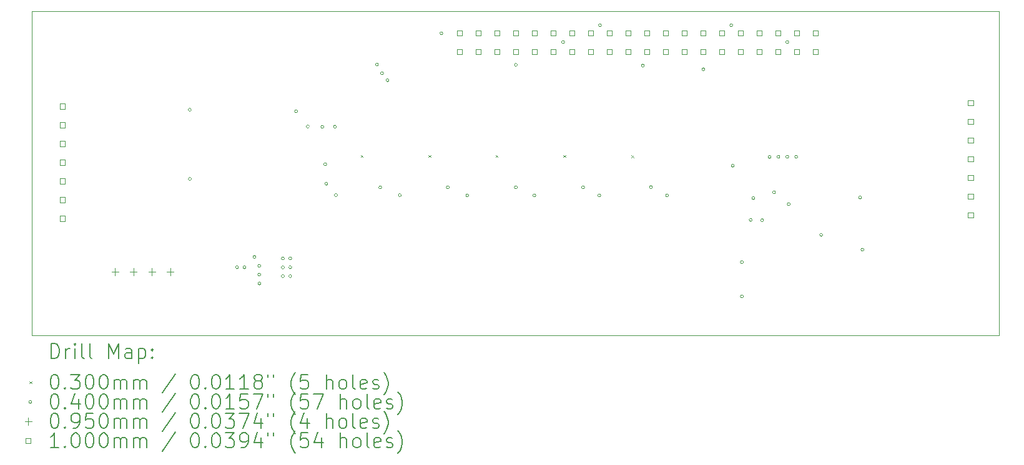
<source format=gbr>
%TF.GenerationSoftware,KiCad,Pcbnew,7.0.8*%
%TF.CreationDate,2024-01-27T08:45:31-08:00*%
%TF.ProjectId,FacePlate,46616365-506c-4617-9465-2e6b69636164,rev?*%
%TF.SameCoordinates,Original*%
%TF.FileFunction,Drillmap*%
%TF.FilePolarity,Positive*%
%FSLAX45Y45*%
G04 Gerber Fmt 4.5, Leading zero omitted, Abs format (unit mm)*
G04 Created by KiCad (PCBNEW 7.0.8) date 2024-01-27 08:45:31*
%MOMM*%
%LPD*%
G01*
G04 APERTURE LIST*
%ADD10C,0.100000*%
%ADD11C,0.200000*%
%ADD12C,0.030000*%
%ADD13C,0.040000*%
%ADD14C,0.095000*%
G04 APERTURE END LIST*
D10*
X10000000Y-5600000D02*
X23113969Y-5600000D01*
X10000000Y-5600000D02*
X10000000Y-10000000D01*
X23113969Y-5600000D02*
X23113969Y-10000000D01*
X10000000Y-10000000D02*
X23113969Y-10000000D01*
D11*
D12*
X14455000Y-7555000D02*
X14485000Y-7585000D01*
X14485000Y-7555000D02*
X14455000Y-7585000D01*
X15375000Y-7555000D02*
X15405000Y-7585000D01*
X15405000Y-7555000D02*
X15375000Y-7585000D01*
X16285000Y-7555000D02*
X16315000Y-7585000D01*
X16315000Y-7555000D02*
X16285000Y-7585000D01*
X17205000Y-7555000D02*
X17235000Y-7585000D01*
X17235000Y-7555000D02*
X17205000Y-7585000D01*
X18125000Y-7556950D02*
X18155000Y-7586950D01*
X18155000Y-7556950D02*
X18125000Y-7586950D01*
D13*
X12157000Y-6940000D02*
G75*
G03*
X12157000Y-6940000I-20000J0D01*
G01*
X12160000Y-7880000D02*
G75*
G03*
X12160000Y-7880000I-20000J0D01*
G01*
X12800000Y-9080000D02*
G75*
G03*
X12800000Y-9080000I-20000J0D01*
G01*
X12900000Y-9080000D02*
G75*
G03*
X12900000Y-9080000I-20000J0D01*
G01*
X13035000Y-8940000D02*
G75*
G03*
X13035000Y-8940000I-20000J0D01*
G01*
X13100000Y-9060000D02*
G75*
G03*
X13100000Y-9060000I-20000J0D01*
G01*
X13100000Y-9180000D02*
G75*
G03*
X13100000Y-9180000I-20000J0D01*
G01*
X13102500Y-9300000D02*
G75*
G03*
X13102500Y-9300000I-20000J0D01*
G01*
X13420000Y-8960000D02*
G75*
G03*
X13420000Y-8960000I-20000J0D01*
G01*
X13420000Y-9080000D02*
G75*
G03*
X13420000Y-9080000I-20000J0D01*
G01*
X13420000Y-9200000D02*
G75*
G03*
X13420000Y-9200000I-20000J0D01*
G01*
X13520000Y-8960000D02*
G75*
G03*
X13520000Y-8960000I-20000J0D01*
G01*
X13520000Y-9080000D02*
G75*
G03*
X13520000Y-9080000I-20000J0D01*
G01*
X13520000Y-9200000D02*
G75*
G03*
X13520000Y-9200000I-20000J0D01*
G01*
X13600000Y-6960000D02*
G75*
G03*
X13600000Y-6960000I-20000J0D01*
G01*
X13757500Y-7167500D02*
G75*
G03*
X13757500Y-7167500I-20000J0D01*
G01*
X13955000Y-7170000D02*
G75*
G03*
X13955000Y-7170000I-20000J0D01*
G01*
X13995000Y-7680000D02*
G75*
G03*
X13995000Y-7680000I-20000J0D01*
G01*
X14010000Y-7945000D02*
G75*
G03*
X14010000Y-7945000I-20000J0D01*
G01*
X14125000Y-7170000D02*
G75*
G03*
X14125000Y-7170000I-20000J0D01*
G01*
X14140000Y-8100000D02*
G75*
G03*
X14140000Y-8100000I-20000J0D01*
G01*
X14695000Y-6325000D02*
G75*
G03*
X14695000Y-6325000I-20000J0D01*
G01*
X14740600Y-7994400D02*
G75*
G03*
X14740600Y-7994400I-20000J0D01*
G01*
X14765000Y-6445000D02*
G75*
G03*
X14765000Y-6445000I-20000J0D01*
G01*
X14840000Y-6540000D02*
G75*
G03*
X14840000Y-6540000I-20000J0D01*
G01*
X15005600Y-8099500D02*
G75*
G03*
X15005600Y-8099500I-20000J0D01*
G01*
X15570000Y-5900000D02*
G75*
G03*
X15570000Y-5900000I-20000J0D01*
G01*
X15656750Y-7994500D02*
G75*
G03*
X15656750Y-7994500I-20000J0D01*
G01*
X15920600Y-8104500D02*
G75*
G03*
X15920600Y-8104500I-20000J0D01*
G01*
X16580000Y-6330050D02*
G75*
G03*
X16580000Y-6330050I-20000J0D01*
G01*
X16580600Y-7994500D02*
G75*
G03*
X16580600Y-7994500I-20000J0D01*
G01*
X16830600Y-8104500D02*
G75*
G03*
X16830600Y-8104500I-20000J0D01*
G01*
X17220000Y-6020000D02*
G75*
G03*
X17220000Y-6020000I-20000J0D01*
G01*
X17490600Y-7994500D02*
G75*
G03*
X17490600Y-7994500I-20000J0D01*
G01*
X17710600Y-8104500D02*
G75*
G03*
X17710600Y-8104500I-20000J0D01*
G01*
X17720000Y-5789950D02*
G75*
G03*
X17720000Y-5789950I-20000J0D01*
G01*
X18300000Y-6340000D02*
G75*
G03*
X18300000Y-6340000I-20000J0D01*
G01*
X18410600Y-7989400D02*
G75*
G03*
X18410600Y-7989400I-20000J0D01*
G01*
X18630600Y-8104500D02*
G75*
G03*
X18630600Y-8104500I-20000J0D01*
G01*
X19120800Y-6389950D02*
G75*
G03*
X19120800Y-6389950I-20000J0D01*
G01*
X19500000Y-5789950D02*
G75*
G03*
X19500000Y-5789950I-20000J0D01*
G01*
X19520000Y-7700000D02*
G75*
G03*
X19520000Y-7700000I-20000J0D01*
G01*
X19645000Y-9010700D02*
G75*
G03*
X19645000Y-9010700I-20000J0D01*
G01*
X19645000Y-9475000D02*
G75*
G03*
X19645000Y-9475000I-20000J0D01*
G01*
X19762500Y-8436424D02*
G75*
G03*
X19762500Y-8436424I-20000J0D01*
G01*
X19800000Y-8140000D02*
G75*
G03*
X19800000Y-8140000I-20000J0D01*
G01*
X19920000Y-8440000D02*
G75*
G03*
X19920000Y-8440000I-20000J0D01*
G01*
X20020000Y-7580000D02*
G75*
G03*
X20020000Y-7580000I-20000J0D01*
G01*
X20080000Y-8060000D02*
G75*
G03*
X20080000Y-8060000I-20000J0D01*
G01*
X20140000Y-7580000D02*
G75*
G03*
X20140000Y-7580000I-20000J0D01*
G01*
X20260000Y-6020000D02*
G75*
G03*
X20260000Y-6020000I-20000J0D01*
G01*
X20260000Y-7580000D02*
G75*
G03*
X20260000Y-7580000I-20000J0D01*
G01*
X20280000Y-8220000D02*
G75*
G03*
X20280000Y-8220000I-20000J0D01*
G01*
X20380000Y-7580000D02*
G75*
G03*
X20380000Y-7580000I-20000J0D01*
G01*
X20720000Y-8640000D02*
G75*
G03*
X20720000Y-8640000I-20000J0D01*
G01*
X21248750Y-8131250D02*
G75*
G03*
X21248750Y-8131250I-20000J0D01*
G01*
X21280000Y-8840000D02*
G75*
G03*
X21280000Y-8840000I-20000J0D01*
G01*
D14*
X11125000Y-9092500D02*
X11125000Y-9187500D01*
X11077500Y-9140000D02*
X11172500Y-9140000D01*
X11375000Y-9092500D02*
X11375000Y-9187500D01*
X11327500Y-9140000D02*
X11422500Y-9140000D01*
X11625000Y-9092500D02*
X11625000Y-9187500D01*
X11577500Y-9140000D02*
X11672500Y-9140000D01*
X11875000Y-9092500D02*
X11875000Y-9187500D01*
X11827500Y-9140000D02*
X11922500Y-9140000D01*
D10*
X10449356Y-6927916D02*
X10449356Y-6857204D01*
X10378644Y-6857204D01*
X10378644Y-6927916D01*
X10449356Y-6927916D01*
X10449356Y-7181916D02*
X10449356Y-7111204D01*
X10378644Y-7111204D01*
X10378644Y-7181916D01*
X10449356Y-7181916D01*
X10449356Y-7435916D02*
X10449356Y-7365204D01*
X10378644Y-7365204D01*
X10378644Y-7435916D01*
X10449356Y-7435916D01*
X10449356Y-7689916D02*
X10449356Y-7619204D01*
X10378644Y-7619204D01*
X10378644Y-7689916D01*
X10449356Y-7689916D01*
X10449356Y-7943916D02*
X10449356Y-7873204D01*
X10378644Y-7873204D01*
X10378644Y-7943916D01*
X10449356Y-7943916D01*
X10449356Y-8197916D02*
X10449356Y-8127204D01*
X10378644Y-8127204D01*
X10378644Y-8197916D01*
X10449356Y-8197916D01*
X10449356Y-8451916D02*
X10449356Y-8381204D01*
X10378644Y-8381204D01*
X10378644Y-8451916D01*
X10449356Y-8451916D01*
X15834156Y-5935356D02*
X15834156Y-5864644D01*
X15763444Y-5864644D01*
X15763444Y-5935356D01*
X15834156Y-5935356D01*
X15834156Y-6189356D02*
X15834156Y-6118644D01*
X15763444Y-6118644D01*
X15763444Y-6189356D01*
X15834156Y-6189356D01*
X16088156Y-5935356D02*
X16088156Y-5864644D01*
X16017444Y-5864644D01*
X16017444Y-5935356D01*
X16088156Y-5935356D01*
X16088156Y-6189356D02*
X16088156Y-6118644D01*
X16017444Y-6118644D01*
X16017444Y-6189356D01*
X16088156Y-6189356D01*
X16342156Y-5935356D02*
X16342156Y-5864644D01*
X16271444Y-5864644D01*
X16271444Y-5935356D01*
X16342156Y-5935356D01*
X16342156Y-6189356D02*
X16342156Y-6118644D01*
X16271444Y-6118644D01*
X16271444Y-6189356D01*
X16342156Y-6189356D01*
X16596156Y-5935356D02*
X16596156Y-5864644D01*
X16525444Y-5864644D01*
X16525444Y-5935356D01*
X16596156Y-5935356D01*
X16596156Y-6189356D02*
X16596156Y-6118644D01*
X16525444Y-6118644D01*
X16525444Y-6189356D01*
X16596156Y-6189356D01*
X16850156Y-5935356D02*
X16850156Y-5864644D01*
X16779444Y-5864644D01*
X16779444Y-5935356D01*
X16850156Y-5935356D01*
X16850156Y-6189356D02*
X16850156Y-6118644D01*
X16779444Y-6118644D01*
X16779444Y-6189356D01*
X16850156Y-6189356D01*
X17104156Y-5935356D02*
X17104156Y-5864644D01*
X17033444Y-5864644D01*
X17033444Y-5935356D01*
X17104156Y-5935356D01*
X17104156Y-6189356D02*
X17104156Y-6118644D01*
X17033444Y-6118644D01*
X17033444Y-6189356D01*
X17104156Y-6189356D01*
X17358156Y-5935356D02*
X17358156Y-5864644D01*
X17287444Y-5864644D01*
X17287444Y-5935356D01*
X17358156Y-5935356D01*
X17358156Y-6189356D02*
X17358156Y-6118644D01*
X17287444Y-6118644D01*
X17287444Y-6189356D01*
X17358156Y-6189356D01*
X17612156Y-5935356D02*
X17612156Y-5864644D01*
X17541444Y-5864644D01*
X17541444Y-5935356D01*
X17612156Y-5935356D01*
X17612156Y-6189356D02*
X17612156Y-6118644D01*
X17541444Y-6118644D01*
X17541444Y-6189356D01*
X17612156Y-6189356D01*
X17866156Y-5935356D02*
X17866156Y-5864644D01*
X17795444Y-5864644D01*
X17795444Y-5935356D01*
X17866156Y-5935356D01*
X17866156Y-6189356D02*
X17866156Y-6118644D01*
X17795444Y-6118644D01*
X17795444Y-6189356D01*
X17866156Y-6189356D01*
X18120156Y-5935356D02*
X18120156Y-5864644D01*
X18049444Y-5864644D01*
X18049444Y-5935356D01*
X18120156Y-5935356D01*
X18120156Y-6189356D02*
X18120156Y-6118644D01*
X18049444Y-6118644D01*
X18049444Y-6189356D01*
X18120156Y-6189356D01*
X18374156Y-5935356D02*
X18374156Y-5864644D01*
X18303444Y-5864644D01*
X18303444Y-5935356D01*
X18374156Y-5935356D01*
X18374156Y-6189356D02*
X18374156Y-6118644D01*
X18303444Y-6118644D01*
X18303444Y-6189356D01*
X18374156Y-6189356D01*
X18628156Y-5935356D02*
X18628156Y-5864644D01*
X18557444Y-5864644D01*
X18557444Y-5935356D01*
X18628156Y-5935356D01*
X18628156Y-6189356D02*
X18628156Y-6118644D01*
X18557444Y-6118644D01*
X18557444Y-6189356D01*
X18628156Y-6189356D01*
X18882156Y-5935356D02*
X18882156Y-5864644D01*
X18811444Y-5864644D01*
X18811444Y-5935356D01*
X18882156Y-5935356D01*
X18882156Y-6189356D02*
X18882156Y-6118644D01*
X18811444Y-6118644D01*
X18811444Y-6189356D01*
X18882156Y-6189356D01*
X19136156Y-5935356D02*
X19136156Y-5864644D01*
X19065444Y-5864644D01*
X19065444Y-5935356D01*
X19136156Y-5935356D01*
X19136156Y-6189356D02*
X19136156Y-6118644D01*
X19065444Y-6118644D01*
X19065444Y-6189356D01*
X19136156Y-6189356D01*
X19390156Y-5935356D02*
X19390156Y-5864644D01*
X19319444Y-5864644D01*
X19319444Y-5935356D01*
X19390156Y-5935356D01*
X19390156Y-6189356D02*
X19390156Y-6118644D01*
X19319444Y-6118644D01*
X19319444Y-6189356D01*
X19390156Y-6189356D01*
X19644156Y-5935356D02*
X19644156Y-5864644D01*
X19573444Y-5864644D01*
X19573444Y-5935356D01*
X19644156Y-5935356D01*
X19644156Y-6189356D02*
X19644156Y-6118644D01*
X19573444Y-6118644D01*
X19573444Y-6189356D01*
X19644156Y-6189356D01*
X19898156Y-5935356D02*
X19898156Y-5864644D01*
X19827444Y-5864644D01*
X19827444Y-5935356D01*
X19898156Y-5935356D01*
X19898156Y-6189356D02*
X19898156Y-6118644D01*
X19827444Y-6118644D01*
X19827444Y-6189356D01*
X19898156Y-6189356D01*
X20152156Y-5935356D02*
X20152156Y-5864644D01*
X20081444Y-5864644D01*
X20081444Y-5935356D01*
X20152156Y-5935356D01*
X20152156Y-6189356D02*
X20152156Y-6118644D01*
X20081444Y-6118644D01*
X20081444Y-6189356D01*
X20152156Y-6189356D01*
X20406156Y-5935356D02*
X20406156Y-5864644D01*
X20335444Y-5864644D01*
X20335444Y-5935356D01*
X20406156Y-5935356D01*
X20406156Y-6189356D02*
X20406156Y-6118644D01*
X20335444Y-6118644D01*
X20335444Y-6189356D01*
X20406156Y-6189356D01*
X20660156Y-5935356D02*
X20660156Y-5864644D01*
X20589444Y-5864644D01*
X20589444Y-5935356D01*
X20660156Y-5935356D01*
X20660156Y-6189356D02*
X20660156Y-6118644D01*
X20589444Y-6118644D01*
X20589444Y-6189356D01*
X20660156Y-6189356D01*
X22760356Y-6881356D02*
X22760356Y-6810644D01*
X22689644Y-6810644D01*
X22689644Y-6881356D01*
X22760356Y-6881356D01*
X22760356Y-7135356D02*
X22760356Y-7064644D01*
X22689644Y-7064644D01*
X22689644Y-7135356D01*
X22760356Y-7135356D01*
X22760356Y-7389356D02*
X22760356Y-7318644D01*
X22689644Y-7318644D01*
X22689644Y-7389356D01*
X22760356Y-7389356D01*
X22760356Y-7643356D02*
X22760356Y-7572644D01*
X22689644Y-7572644D01*
X22689644Y-7643356D01*
X22760356Y-7643356D01*
X22760356Y-7897356D02*
X22760356Y-7826644D01*
X22689644Y-7826644D01*
X22689644Y-7897356D01*
X22760356Y-7897356D01*
X22760356Y-8151356D02*
X22760356Y-8080644D01*
X22689644Y-8080644D01*
X22689644Y-8151356D01*
X22760356Y-8151356D01*
X22760356Y-8405356D02*
X22760356Y-8334644D01*
X22689644Y-8334644D01*
X22689644Y-8405356D01*
X22760356Y-8405356D01*
D11*
X10255777Y-10316484D02*
X10255777Y-10116484D01*
X10255777Y-10116484D02*
X10303396Y-10116484D01*
X10303396Y-10116484D02*
X10331967Y-10126008D01*
X10331967Y-10126008D02*
X10351015Y-10145055D01*
X10351015Y-10145055D02*
X10360539Y-10164103D01*
X10360539Y-10164103D02*
X10370063Y-10202198D01*
X10370063Y-10202198D02*
X10370063Y-10230770D01*
X10370063Y-10230770D02*
X10360539Y-10268865D01*
X10360539Y-10268865D02*
X10351015Y-10287912D01*
X10351015Y-10287912D02*
X10331967Y-10306960D01*
X10331967Y-10306960D02*
X10303396Y-10316484D01*
X10303396Y-10316484D02*
X10255777Y-10316484D01*
X10455777Y-10316484D02*
X10455777Y-10183150D01*
X10455777Y-10221246D02*
X10465301Y-10202198D01*
X10465301Y-10202198D02*
X10474824Y-10192674D01*
X10474824Y-10192674D02*
X10493872Y-10183150D01*
X10493872Y-10183150D02*
X10512920Y-10183150D01*
X10579586Y-10316484D02*
X10579586Y-10183150D01*
X10579586Y-10116484D02*
X10570063Y-10126008D01*
X10570063Y-10126008D02*
X10579586Y-10135531D01*
X10579586Y-10135531D02*
X10589110Y-10126008D01*
X10589110Y-10126008D02*
X10579586Y-10116484D01*
X10579586Y-10116484D02*
X10579586Y-10135531D01*
X10703396Y-10316484D02*
X10684348Y-10306960D01*
X10684348Y-10306960D02*
X10674824Y-10287912D01*
X10674824Y-10287912D02*
X10674824Y-10116484D01*
X10808158Y-10316484D02*
X10789110Y-10306960D01*
X10789110Y-10306960D02*
X10779586Y-10287912D01*
X10779586Y-10287912D02*
X10779586Y-10116484D01*
X11036729Y-10316484D02*
X11036729Y-10116484D01*
X11036729Y-10116484D02*
X11103396Y-10259341D01*
X11103396Y-10259341D02*
X11170063Y-10116484D01*
X11170063Y-10116484D02*
X11170063Y-10316484D01*
X11351015Y-10316484D02*
X11351015Y-10211722D01*
X11351015Y-10211722D02*
X11341491Y-10192674D01*
X11341491Y-10192674D02*
X11322443Y-10183150D01*
X11322443Y-10183150D02*
X11284348Y-10183150D01*
X11284348Y-10183150D02*
X11265301Y-10192674D01*
X11351015Y-10306960D02*
X11331967Y-10316484D01*
X11331967Y-10316484D02*
X11284348Y-10316484D01*
X11284348Y-10316484D02*
X11265301Y-10306960D01*
X11265301Y-10306960D02*
X11255777Y-10287912D01*
X11255777Y-10287912D02*
X11255777Y-10268865D01*
X11255777Y-10268865D02*
X11265301Y-10249817D01*
X11265301Y-10249817D02*
X11284348Y-10240293D01*
X11284348Y-10240293D02*
X11331967Y-10240293D01*
X11331967Y-10240293D02*
X11351015Y-10230770D01*
X11446253Y-10183150D02*
X11446253Y-10383150D01*
X11446253Y-10192674D02*
X11465301Y-10183150D01*
X11465301Y-10183150D02*
X11503396Y-10183150D01*
X11503396Y-10183150D02*
X11522443Y-10192674D01*
X11522443Y-10192674D02*
X11531967Y-10202198D01*
X11531967Y-10202198D02*
X11541491Y-10221246D01*
X11541491Y-10221246D02*
X11541491Y-10278389D01*
X11541491Y-10278389D02*
X11531967Y-10297436D01*
X11531967Y-10297436D02*
X11522443Y-10306960D01*
X11522443Y-10306960D02*
X11503396Y-10316484D01*
X11503396Y-10316484D02*
X11465301Y-10316484D01*
X11465301Y-10316484D02*
X11446253Y-10306960D01*
X11627205Y-10297436D02*
X11636729Y-10306960D01*
X11636729Y-10306960D02*
X11627205Y-10316484D01*
X11627205Y-10316484D02*
X11617682Y-10306960D01*
X11617682Y-10306960D02*
X11627205Y-10297436D01*
X11627205Y-10297436D02*
X11627205Y-10316484D01*
X11627205Y-10192674D02*
X11636729Y-10202198D01*
X11636729Y-10202198D02*
X11627205Y-10211722D01*
X11627205Y-10211722D02*
X11617682Y-10202198D01*
X11617682Y-10202198D02*
X11627205Y-10192674D01*
X11627205Y-10192674D02*
X11627205Y-10211722D01*
D12*
X9965000Y-10630000D02*
X9995000Y-10660000D01*
X9995000Y-10630000D02*
X9965000Y-10660000D01*
D11*
X10293872Y-10536484D02*
X10312920Y-10536484D01*
X10312920Y-10536484D02*
X10331967Y-10546008D01*
X10331967Y-10546008D02*
X10341491Y-10555531D01*
X10341491Y-10555531D02*
X10351015Y-10574579D01*
X10351015Y-10574579D02*
X10360539Y-10612674D01*
X10360539Y-10612674D02*
X10360539Y-10660293D01*
X10360539Y-10660293D02*
X10351015Y-10698389D01*
X10351015Y-10698389D02*
X10341491Y-10717436D01*
X10341491Y-10717436D02*
X10331967Y-10726960D01*
X10331967Y-10726960D02*
X10312920Y-10736484D01*
X10312920Y-10736484D02*
X10293872Y-10736484D01*
X10293872Y-10736484D02*
X10274824Y-10726960D01*
X10274824Y-10726960D02*
X10265301Y-10717436D01*
X10265301Y-10717436D02*
X10255777Y-10698389D01*
X10255777Y-10698389D02*
X10246253Y-10660293D01*
X10246253Y-10660293D02*
X10246253Y-10612674D01*
X10246253Y-10612674D02*
X10255777Y-10574579D01*
X10255777Y-10574579D02*
X10265301Y-10555531D01*
X10265301Y-10555531D02*
X10274824Y-10546008D01*
X10274824Y-10546008D02*
X10293872Y-10536484D01*
X10446253Y-10717436D02*
X10455777Y-10726960D01*
X10455777Y-10726960D02*
X10446253Y-10736484D01*
X10446253Y-10736484D02*
X10436729Y-10726960D01*
X10436729Y-10726960D02*
X10446253Y-10717436D01*
X10446253Y-10717436D02*
X10446253Y-10736484D01*
X10522444Y-10536484D02*
X10646253Y-10536484D01*
X10646253Y-10536484D02*
X10579586Y-10612674D01*
X10579586Y-10612674D02*
X10608158Y-10612674D01*
X10608158Y-10612674D02*
X10627205Y-10622198D01*
X10627205Y-10622198D02*
X10636729Y-10631722D01*
X10636729Y-10631722D02*
X10646253Y-10650770D01*
X10646253Y-10650770D02*
X10646253Y-10698389D01*
X10646253Y-10698389D02*
X10636729Y-10717436D01*
X10636729Y-10717436D02*
X10627205Y-10726960D01*
X10627205Y-10726960D02*
X10608158Y-10736484D01*
X10608158Y-10736484D02*
X10551015Y-10736484D01*
X10551015Y-10736484D02*
X10531967Y-10726960D01*
X10531967Y-10726960D02*
X10522444Y-10717436D01*
X10770063Y-10536484D02*
X10789110Y-10536484D01*
X10789110Y-10536484D02*
X10808158Y-10546008D01*
X10808158Y-10546008D02*
X10817682Y-10555531D01*
X10817682Y-10555531D02*
X10827205Y-10574579D01*
X10827205Y-10574579D02*
X10836729Y-10612674D01*
X10836729Y-10612674D02*
X10836729Y-10660293D01*
X10836729Y-10660293D02*
X10827205Y-10698389D01*
X10827205Y-10698389D02*
X10817682Y-10717436D01*
X10817682Y-10717436D02*
X10808158Y-10726960D01*
X10808158Y-10726960D02*
X10789110Y-10736484D01*
X10789110Y-10736484D02*
X10770063Y-10736484D01*
X10770063Y-10736484D02*
X10751015Y-10726960D01*
X10751015Y-10726960D02*
X10741491Y-10717436D01*
X10741491Y-10717436D02*
X10731967Y-10698389D01*
X10731967Y-10698389D02*
X10722444Y-10660293D01*
X10722444Y-10660293D02*
X10722444Y-10612674D01*
X10722444Y-10612674D02*
X10731967Y-10574579D01*
X10731967Y-10574579D02*
X10741491Y-10555531D01*
X10741491Y-10555531D02*
X10751015Y-10546008D01*
X10751015Y-10546008D02*
X10770063Y-10536484D01*
X10960539Y-10536484D02*
X10979586Y-10536484D01*
X10979586Y-10536484D02*
X10998634Y-10546008D01*
X10998634Y-10546008D02*
X11008158Y-10555531D01*
X11008158Y-10555531D02*
X11017682Y-10574579D01*
X11017682Y-10574579D02*
X11027205Y-10612674D01*
X11027205Y-10612674D02*
X11027205Y-10660293D01*
X11027205Y-10660293D02*
X11017682Y-10698389D01*
X11017682Y-10698389D02*
X11008158Y-10717436D01*
X11008158Y-10717436D02*
X10998634Y-10726960D01*
X10998634Y-10726960D02*
X10979586Y-10736484D01*
X10979586Y-10736484D02*
X10960539Y-10736484D01*
X10960539Y-10736484D02*
X10941491Y-10726960D01*
X10941491Y-10726960D02*
X10931967Y-10717436D01*
X10931967Y-10717436D02*
X10922444Y-10698389D01*
X10922444Y-10698389D02*
X10912920Y-10660293D01*
X10912920Y-10660293D02*
X10912920Y-10612674D01*
X10912920Y-10612674D02*
X10922444Y-10574579D01*
X10922444Y-10574579D02*
X10931967Y-10555531D01*
X10931967Y-10555531D02*
X10941491Y-10546008D01*
X10941491Y-10546008D02*
X10960539Y-10536484D01*
X11112920Y-10736484D02*
X11112920Y-10603150D01*
X11112920Y-10622198D02*
X11122444Y-10612674D01*
X11122444Y-10612674D02*
X11141491Y-10603150D01*
X11141491Y-10603150D02*
X11170063Y-10603150D01*
X11170063Y-10603150D02*
X11189110Y-10612674D01*
X11189110Y-10612674D02*
X11198634Y-10631722D01*
X11198634Y-10631722D02*
X11198634Y-10736484D01*
X11198634Y-10631722D02*
X11208158Y-10612674D01*
X11208158Y-10612674D02*
X11227205Y-10603150D01*
X11227205Y-10603150D02*
X11255777Y-10603150D01*
X11255777Y-10603150D02*
X11274824Y-10612674D01*
X11274824Y-10612674D02*
X11284348Y-10631722D01*
X11284348Y-10631722D02*
X11284348Y-10736484D01*
X11379586Y-10736484D02*
X11379586Y-10603150D01*
X11379586Y-10622198D02*
X11389110Y-10612674D01*
X11389110Y-10612674D02*
X11408158Y-10603150D01*
X11408158Y-10603150D02*
X11436729Y-10603150D01*
X11436729Y-10603150D02*
X11455777Y-10612674D01*
X11455777Y-10612674D02*
X11465301Y-10631722D01*
X11465301Y-10631722D02*
X11465301Y-10736484D01*
X11465301Y-10631722D02*
X11474824Y-10612674D01*
X11474824Y-10612674D02*
X11493872Y-10603150D01*
X11493872Y-10603150D02*
X11522443Y-10603150D01*
X11522443Y-10603150D02*
X11541491Y-10612674D01*
X11541491Y-10612674D02*
X11551015Y-10631722D01*
X11551015Y-10631722D02*
X11551015Y-10736484D01*
X11941491Y-10526960D02*
X11770063Y-10784103D01*
X12198634Y-10536484D02*
X12217682Y-10536484D01*
X12217682Y-10536484D02*
X12236729Y-10546008D01*
X12236729Y-10546008D02*
X12246253Y-10555531D01*
X12246253Y-10555531D02*
X12255777Y-10574579D01*
X12255777Y-10574579D02*
X12265301Y-10612674D01*
X12265301Y-10612674D02*
X12265301Y-10660293D01*
X12265301Y-10660293D02*
X12255777Y-10698389D01*
X12255777Y-10698389D02*
X12246253Y-10717436D01*
X12246253Y-10717436D02*
X12236729Y-10726960D01*
X12236729Y-10726960D02*
X12217682Y-10736484D01*
X12217682Y-10736484D02*
X12198634Y-10736484D01*
X12198634Y-10736484D02*
X12179586Y-10726960D01*
X12179586Y-10726960D02*
X12170063Y-10717436D01*
X12170063Y-10717436D02*
X12160539Y-10698389D01*
X12160539Y-10698389D02*
X12151015Y-10660293D01*
X12151015Y-10660293D02*
X12151015Y-10612674D01*
X12151015Y-10612674D02*
X12160539Y-10574579D01*
X12160539Y-10574579D02*
X12170063Y-10555531D01*
X12170063Y-10555531D02*
X12179586Y-10546008D01*
X12179586Y-10546008D02*
X12198634Y-10536484D01*
X12351015Y-10717436D02*
X12360539Y-10726960D01*
X12360539Y-10726960D02*
X12351015Y-10736484D01*
X12351015Y-10736484D02*
X12341491Y-10726960D01*
X12341491Y-10726960D02*
X12351015Y-10717436D01*
X12351015Y-10717436D02*
X12351015Y-10736484D01*
X12484348Y-10536484D02*
X12503396Y-10536484D01*
X12503396Y-10536484D02*
X12522444Y-10546008D01*
X12522444Y-10546008D02*
X12531967Y-10555531D01*
X12531967Y-10555531D02*
X12541491Y-10574579D01*
X12541491Y-10574579D02*
X12551015Y-10612674D01*
X12551015Y-10612674D02*
X12551015Y-10660293D01*
X12551015Y-10660293D02*
X12541491Y-10698389D01*
X12541491Y-10698389D02*
X12531967Y-10717436D01*
X12531967Y-10717436D02*
X12522444Y-10726960D01*
X12522444Y-10726960D02*
X12503396Y-10736484D01*
X12503396Y-10736484D02*
X12484348Y-10736484D01*
X12484348Y-10736484D02*
X12465301Y-10726960D01*
X12465301Y-10726960D02*
X12455777Y-10717436D01*
X12455777Y-10717436D02*
X12446253Y-10698389D01*
X12446253Y-10698389D02*
X12436729Y-10660293D01*
X12436729Y-10660293D02*
X12436729Y-10612674D01*
X12436729Y-10612674D02*
X12446253Y-10574579D01*
X12446253Y-10574579D02*
X12455777Y-10555531D01*
X12455777Y-10555531D02*
X12465301Y-10546008D01*
X12465301Y-10546008D02*
X12484348Y-10536484D01*
X12741491Y-10736484D02*
X12627206Y-10736484D01*
X12684348Y-10736484D02*
X12684348Y-10536484D01*
X12684348Y-10536484D02*
X12665301Y-10565055D01*
X12665301Y-10565055D02*
X12646253Y-10584103D01*
X12646253Y-10584103D02*
X12627206Y-10593627D01*
X12931967Y-10736484D02*
X12817682Y-10736484D01*
X12874825Y-10736484D02*
X12874825Y-10536484D01*
X12874825Y-10536484D02*
X12855777Y-10565055D01*
X12855777Y-10565055D02*
X12836729Y-10584103D01*
X12836729Y-10584103D02*
X12817682Y-10593627D01*
X13046253Y-10622198D02*
X13027206Y-10612674D01*
X13027206Y-10612674D02*
X13017682Y-10603150D01*
X13017682Y-10603150D02*
X13008158Y-10584103D01*
X13008158Y-10584103D02*
X13008158Y-10574579D01*
X13008158Y-10574579D02*
X13017682Y-10555531D01*
X13017682Y-10555531D02*
X13027206Y-10546008D01*
X13027206Y-10546008D02*
X13046253Y-10536484D01*
X13046253Y-10536484D02*
X13084348Y-10536484D01*
X13084348Y-10536484D02*
X13103396Y-10546008D01*
X13103396Y-10546008D02*
X13112920Y-10555531D01*
X13112920Y-10555531D02*
X13122444Y-10574579D01*
X13122444Y-10574579D02*
X13122444Y-10584103D01*
X13122444Y-10584103D02*
X13112920Y-10603150D01*
X13112920Y-10603150D02*
X13103396Y-10612674D01*
X13103396Y-10612674D02*
X13084348Y-10622198D01*
X13084348Y-10622198D02*
X13046253Y-10622198D01*
X13046253Y-10622198D02*
X13027206Y-10631722D01*
X13027206Y-10631722D02*
X13017682Y-10641246D01*
X13017682Y-10641246D02*
X13008158Y-10660293D01*
X13008158Y-10660293D02*
X13008158Y-10698389D01*
X13008158Y-10698389D02*
X13017682Y-10717436D01*
X13017682Y-10717436D02*
X13027206Y-10726960D01*
X13027206Y-10726960D02*
X13046253Y-10736484D01*
X13046253Y-10736484D02*
X13084348Y-10736484D01*
X13084348Y-10736484D02*
X13103396Y-10726960D01*
X13103396Y-10726960D02*
X13112920Y-10717436D01*
X13112920Y-10717436D02*
X13122444Y-10698389D01*
X13122444Y-10698389D02*
X13122444Y-10660293D01*
X13122444Y-10660293D02*
X13112920Y-10641246D01*
X13112920Y-10641246D02*
X13103396Y-10631722D01*
X13103396Y-10631722D02*
X13084348Y-10622198D01*
X13198634Y-10536484D02*
X13198634Y-10574579D01*
X13274825Y-10536484D02*
X13274825Y-10574579D01*
X13570063Y-10812674D02*
X13560539Y-10803150D01*
X13560539Y-10803150D02*
X13541491Y-10774579D01*
X13541491Y-10774579D02*
X13531968Y-10755531D01*
X13531968Y-10755531D02*
X13522444Y-10726960D01*
X13522444Y-10726960D02*
X13512920Y-10679341D01*
X13512920Y-10679341D02*
X13512920Y-10641246D01*
X13512920Y-10641246D02*
X13522444Y-10593627D01*
X13522444Y-10593627D02*
X13531968Y-10565055D01*
X13531968Y-10565055D02*
X13541491Y-10546008D01*
X13541491Y-10546008D02*
X13560539Y-10517436D01*
X13560539Y-10517436D02*
X13570063Y-10507912D01*
X13741491Y-10536484D02*
X13646253Y-10536484D01*
X13646253Y-10536484D02*
X13636729Y-10631722D01*
X13636729Y-10631722D02*
X13646253Y-10622198D01*
X13646253Y-10622198D02*
X13665301Y-10612674D01*
X13665301Y-10612674D02*
X13712920Y-10612674D01*
X13712920Y-10612674D02*
X13731968Y-10622198D01*
X13731968Y-10622198D02*
X13741491Y-10631722D01*
X13741491Y-10631722D02*
X13751015Y-10650770D01*
X13751015Y-10650770D02*
X13751015Y-10698389D01*
X13751015Y-10698389D02*
X13741491Y-10717436D01*
X13741491Y-10717436D02*
X13731968Y-10726960D01*
X13731968Y-10726960D02*
X13712920Y-10736484D01*
X13712920Y-10736484D02*
X13665301Y-10736484D01*
X13665301Y-10736484D02*
X13646253Y-10726960D01*
X13646253Y-10726960D02*
X13636729Y-10717436D01*
X13989110Y-10736484D02*
X13989110Y-10536484D01*
X14074825Y-10736484D02*
X14074825Y-10631722D01*
X14074825Y-10631722D02*
X14065301Y-10612674D01*
X14065301Y-10612674D02*
X14046253Y-10603150D01*
X14046253Y-10603150D02*
X14017682Y-10603150D01*
X14017682Y-10603150D02*
X13998634Y-10612674D01*
X13998634Y-10612674D02*
X13989110Y-10622198D01*
X14198634Y-10736484D02*
X14179587Y-10726960D01*
X14179587Y-10726960D02*
X14170063Y-10717436D01*
X14170063Y-10717436D02*
X14160539Y-10698389D01*
X14160539Y-10698389D02*
X14160539Y-10641246D01*
X14160539Y-10641246D02*
X14170063Y-10622198D01*
X14170063Y-10622198D02*
X14179587Y-10612674D01*
X14179587Y-10612674D02*
X14198634Y-10603150D01*
X14198634Y-10603150D02*
X14227206Y-10603150D01*
X14227206Y-10603150D02*
X14246253Y-10612674D01*
X14246253Y-10612674D02*
X14255777Y-10622198D01*
X14255777Y-10622198D02*
X14265301Y-10641246D01*
X14265301Y-10641246D02*
X14265301Y-10698389D01*
X14265301Y-10698389D02*
X14255777Y-10717436D01*
X14255777Y-10717436D02*
X14246253Y-10726960D01*
X14246253Y-10726960D02*
X14227206Y-10736484D01*
X14227206Y-10736484D02*
X14198634Y-10736484D01*
X14379587Y-10736484D02*
X14360539Y-10726960D01*
X14360539Y-10726960D02*
X14351015Y-10707912D01*
X14351015Y-10707912D02*
X14351015Y-10536484D01*
X14531968Y-10726960D02*
X14512920Y-10736484D01*
X14512920Y-10736484D02*
X14474825Y-10736484D01*
X14474825Y-10736484D02*
X14455777Y-10726960D01*
X14455777Y-10726960D02*
X14446253Y-10707912D01*
X14446253Y-10707912D02*
X14446253Y-10631722D01*
X14446253Y-10631722D02*
X14455777Y-10612674D01*
X14455777Y-10612674D02*
X14474825Y-10603150D01*
X14474825Y-10603150D02*
X14512920Y-10603150D01*
X14512920Y-10603150D02*
X14531968Y-10612674D01*
X14531968Y-10612674D02*
X14541491Y-10631722D01*
X14541491Y-10631722D02*
X14541491Y-10650770D01*
X14541491Y-10650770D02*
X14446253Y-10669817D01*
X14617682Y-10726960D02*
X14636730Y-10736484D01*
X14636730Y-10736484D02*
X14674825Y-10736484D01*
X14674825Y-10736484D02*
X14693872Y-10726960D01*
X14693872Y-10726960D02*
X14703396Y-10707912D01*
X14703396Y-10707912D02*
X14703396Y-10698389D01*
X14703396Y-10698389D02*
X14693872Y-10679341D01*
X14693872Y-10679341D02*
X14674825Y-10669817D01*
X14674825Y-10669817D02*
X14646253Y-10669817D01*
X14646253Y-10669817D02*
X14627206Y-10660293D01*
X14627206Y-10660293D02*
X14617682Y-10641246D01*
X14617682Y-10641246D02*
X14617682Y-10631722D01*
X14617682Y-10631722D02*
X14627206Y-10612674D01*
X14627206Y-10612674D02*
X14646253Y-10603150D01*
X14646253Y-10603150D02*
X14674825Y-10603150D01*
X14674825Y-10603150D02*
X14693872Y-10612674D01*
X14770063Y-10812674D02*
X14779587Y-10803150D01*
X14779587Y-10803150D02*
X14798634Y-10774579D01*
X14798634Y-10774579D02*
X14808158Y-10755531D01*
X14808158Y-10755531D02*
X14817682Y-10726960D01*
X14817682Y-10726960D02*
X14827206Y-10679341D01*
X14827206Y-10679341D02*
X14827206Y-10641246D01*
X14827206Y-10641246D02*
X14817682Y-10593627D01*
X14817682Y-10593627D02*
X14808158Y-10565055D01*
X14808158Y-10565055D02*
X14798634Y-10546008D01*
X14798634Y-10546008D02*
X14779587Y-10517436D01*
X14779587Y-10517436D02*
X14770063Y-10507912D01*
D13*
X9995000Y-10909000D02*
G75*
G03*
X9995000Y-10909000I-20000J0D01*
G01*
D11*
X10293872Y-10800484D02*
X10312920Y-10800484D01*
X10312920Y-10800484D02*
X10331967Y-10810008D01*
X10331967Y-10810008D02*
X10341491Y-10819531D01*
X10341491Y-10819531D02*
X10351015Y-10838579D01*
X10351015Y-10838579D02*
X10360539Y-10876674D01*
X10360539Y-10876674D02*
X10360539Y-10924293D01*
X10360539Y-10924293D02*
X10351015Y-10962389D01*
X10351015Y-10962389D02*
X10341491Y-10981436D01*
X10341491Y-10981436D02*
X10331967Y-10990960D01*
X10331967Y-10990960D02*
X10312920Y-11000484D01*
X10312920Y-11000484D02*
X10293872Y-11000484D01*
X10293872Y-11000484D02*
X10274824Y-10990960D01*
X10274824Y-10990960D02*
X10265301Y-10981436D01*
X10265301Y-10981436D02*
X10255777Y-10962389D01*
X10255777Y-10962389D02*
X10246253Y-10924293D01*
X10246253Y-10924293D02*
X10246253Y-10876674D01*
X10246253Y-10876674D02*
X10255777Y-10838579D01*
X10255777Y-10838579D02*
X10265301Y-10819531D01*
X10265301Y-10819531D02*
X10274824Y-10810008D01*
X10274824Y-10810008D02*
X10293872Y-10800484D01*
X10446253Y-10981436D02*
X10455777Y-10990960D01*
X10455777Y-10990960D02*
X10446253Y-11000484D01*
X10446253Y-11000484D02*
X10436729Y-10990960D01*
X10436729Y-10990960D02*
X10446253Y-10981436D01*
X10446253Y-10981436D02*
X10446253Y-11000484D01*
X10627205Y-10867150D02*
X10627205Y-11000484D01*
X10579586Y-10790960D02*
X10531967Y-10933817D01*
X10531967Y-10933817D02*
X10655777Y-10933817D01*
X10770063Y-10800484D02*
X10789110Y-10800484D01*
X10789110Y-10800484D02*
X10808158Y-10810008D01*
X10808158Y-10810008D02*
X10817682Y-10819531D01*
X10817682Y-10819531D02*
X10827205Y-10838579D01*
X10827205Y-10838579D02*
X10836729Y-10876674D01*
X10836729Y-10876674D02*
X10836729Y-10924293D01*
X10836729Y-10924293D02*
X10827205Y-10962389D01*
X10827205Y-10962389D02*
X10817682Y-10981436D01*
X10817682Y-10981436D02*
X10808158Y-10990960D01*
X10808158Y-10990960D02*
X10789110Y-11000484D01*
X10789110Y-11000484D02*
X10770063Y-11000484D01*
X10770063Y-11000484D02*
X10751015Y-10990960D01*
X10751015Y-10990960D02*
X10741491Y-10981436D01*
X10741491Y-10981436D02*
X10731967Y-10962389D01*
X10731967Y-10962389D02*
X10722444Y-10924293D01*
X10722444Y-10924293D02*
X10722444Y-10876674D01*
X10722444Y-10876674D02*
X10731967Y-10838579D01*
X10731967Y-10838579D02*
X10741491Y-10819531D01*
X10741491Y-10819531D02*
X10751015Y-10810008D01*
X10751015Y-10810008D02*
X10770063Y-10800484D01*
X10960539Y-10800484D02*
X10979586Y-10800484D01*
X10979586Y-10800484D02*
X10998634Y-10810008D01*
X10998634Y-10810008D02*
X11008158Y-10819531D01*
X11008158Y-10819531D02*
X11017682Y-10838579D01*
X11017682Y-10838579D02*
X11027205Y-10876674D01*
X11027205Y-10876674D02*
X11027205Y-10924293D01*
X11027205Y-10924293D02*
X11017682Y-10962389D01*
X11017682Y-10962389D02*
X11008158Y-10981436D01*
X11008158Y-10981436D02*
X10998634Y-10990960D01*
X10998634Y-10990960D02*
X10979586Y-11000484D01*
X10979586Y-11000484D02*
X10960539Y-11000484D01*
X10960539Y-11000484D02*
X10941491Y-10990960D01*
X10941491Y-10990960D02*
X10931967Y-10981436D01*
X10931967Y-10981436D02*
X10922444Y-10962389D01*
X10922444Y-10962389D02*
X10912920Y-10924293D01*
X10912920Y-10924293D02*
X10912920Y-10876674D01*
X10912920Y-10876674D02*
X10922444Y-10838579D01*
X10922444Y-10838579D02*
X10931967Y-10819531D01*
X10931967Y-10819531D02*
X10941491Y-10810008D01*
X10941491Y-10810008D02*
X10960539Y-10800484D01*
X11112920Y-11000484D02*
X11112920Y-10867150D01*
X11112920Y-10886198D02*
X11122444Y-10876674D01*
X11122444Y-10876674D02*
X11141491Y-10867150D01*
X11141491Y-10867150D02*
X11170063Y-10867150D01*
X11170063Y-10867150D02*
X11189110Y-10876674D01*
X11189110Y-10876674D02*
X11198634Y-10895722D01*
X11198634Y-10895722D02*
X11198634Y-11000484D01*
X11198634Y-10895722D02*
X11208158Y-10876674D01*
X11208158Y-10876674D02*
X11227205Y-10867150D01*
X11227205Y-10867150D02*
X11255777Y-10867150D01*
X11255777Y-10867150D02*
X11274824Y-10876674D01*
X11274824Y-10876674D02*
X11284348Y-10895722D01*
X11284348Y-10895722D02*
X11284348Y-11000484D01*
X11379586Y-11000484D02*
X11379586Y-10867150D01*
X11379586Y-10886198D02*
X11389110Y-10876674D01*
X11389110Y-10876674D02*
X11408158Y-10867150D01*
X11408158Y-10867150D02*
X11436729Y-10867150D01*
X11436729Y-10867150D02*
X11455777Y-10876674D01*
X11455777Y-10876674D02*
X11465301Y-10895722D01*
X11465301Y-10895722D02*
X11465301Y-11000484D01*
X11465301Y-10895722D02*
X11474824Y-10876674D01*
X11474824Y-10876674D02*
X11493872Y-10867150D01*
X11493872Y-10867150D02*
X11522443Y-10867150D01*
X11522443Y-10867150D02*
X11541491Y-10876674D01*
X11541491Y-10876674D02*
X11551015Y-10895722D01*
X11551015Y-10895722D02*
X11551015Y-11000484D01*
X11941491Y-10790960D02*
X11770063Y-11048103D01*
X12198634Y-10800484D02*
X12217682Y-10800484D01*
X12217682Y-10800484D02*
X12236729Y-10810008D01*
X12236729Y-10810008D02*
X12246253Y-10819531D01*
X12246253Y-10819531D02*
X12255777Y-10838579D01*
X12255777Y-10838579D02*
X12265301Y-10876674D01*
X12265301Y-10876674D02*
X12265301Y-10924293D01*
X12265301Y-10924293D02*
X12255777Y-10962389D01*
X12255777Y-10962389D02*
X12246253Y-10981436D01*
X12246253Y-10981436D02*
X12236729Y-10990960D01*
X12236729Y-10990960D02*
X12217682Y-11000484D01*
X12217682Y-11000484D02*
X12198634Y-11000484D01*
X12198634Y-11000484D02*
X12179586Y-10990960D01*
X12179586Y-10990960D02*
X12170063Y-10981436D01*
X12170063Y-10981436D02*
X12160539Y-10962389D01*
X12160539Y-10962389D02*
X12151015Y-10924293D01*
X12151015Y-10924293D02*
X12151015Y-10876674D01*
X12151015Y-10876674D02*
X12160539Y-10838579D01*
X12160539Y-10838579D02*
X12170063Y-10819531D01*
X12170063Y-10819531D02*
X12179586Y-10810008D01*
X12179586Y-10810008D02*
X12198634Y-10800484D01*
X12351015Y-10981436D02*
X12360539Y-10990960D01*
X12360539Y-10990960D02*
X12351015Y-11000484D01*
X12351015Y-11000484D02*
X12341491Y-10990960D01*
X12341491Y-10990960D02*
X12351015Y-10981436D01*
X12351015Y-10981436D02*
X12351015Y-11000484D01*
X12484348Y-10800484D02*
X12503396Y-10800484D01*
X12503396Y-10800484D02*
X12522444Y-10810008D01*
X12522444Y-10810008D02*
X12531967Y-10819531D01*
X12531967Y-10819531D02*
X12541491Y-10838579D01*
X12541491Y-10838579D02*
X12551015Y-10876674D01*
X12551015Y-10876674D02*
X12551015Y-10924293D01*
X12551015Y-10924293D02*
X12541491Y-10962389D01*
X12541491Y-10962389D02*
X12531967Y-10981436D01*
X12531967Y-10981436D02*
X12522444Y-10990960D01*
X12522444Y-10990960D02*
X12503396Y-11000484D01*
X12503396Y-11000484D02*
X12484348Y-11000484D01*
X12484348Y-11000484D02*
X12465301Y-10990960D01*
X12465301Y-10990960D02*
X12455777Y-10981436D01*
X12455777Y-10981436D02*
X12446253Y-10962389D01*
X12446253Y-10962389D02*
X12436729Y-10924293D01*
X12436729Y-10924293D02*
X12436729Y-10876674D01*
X12436729Y-10876674D02*
X12446253Y-10838579D01*
X12446253Y-10838579D02*
X12455777Y-10819531D01*
X12455777Y-10819531D02*
X12465301Y-10810008D01*
X12465301Y-10810008D02*
X12484348Y-10800484D01*
X12741491Y-11000484D02*
X12627206Y-11000484D01*
X12684348Y-11000484D02*
X12684348Y-10800484D01*
X12684348Y-10800484D02*
X12665301Y-10829055D01*
X12665301Y-10829055D02*
X12646253Y-10848103D01*
X12646253Y-10848103D02*
X12627206Y-10857627D01*
X12922444Y-10800484D02*
X12827206Y-10800484D01*
X12827206Y-10800484D02*
X12817682Y-10895722D01*
X12817682Y-10895722D02*
X12827206Y-10886198D01*
X12827206Y-10886198D02*
X12846253Y-10876674D01*
X12846253Y-10876674D02*
X12893872Y-10876674D01*
X12893872Y-10876674D02*
X12912920Y-10886198D01*
X12912920Y-10886198D02*
X12922444Y-10895722D01*
X12922444Y-10895722D02*
X12931967Y-10914770D01*
X12931967Y-10914770D02*
X12931967Y-10962389D01*
X12931967Y-10962389D02*
X12922444Y-10981436D01*
X12922444Y-10981436D02*
X12912920Y-10990960D01*
X12912920Y-10990960D02*
X12893872Y-11000484D01*
X12893872Y-11000484D02*
X12846253Y-11000484D01*
X12846253Y-11000484D02*
X12827206Y-10990960D01*
X12827206Y-10990960D02*
X12817682Y-10981436D01*
X12998634Y-10800484D02*
X13131967Y-10800484D01*
X13131967Y-10800484D02*
X13046253Y-11000484D01*
X13198634Y-10800484D02*
X13198634Y-10838579D01*
X13274825Y-10800484D02*
X13274825Y-10838579D01*
X13570063Y-11076674D02*
X13560539Y-11067150D01*
X13560539Y-11067150D02*
X13541491Y-11038579D01*
X13541491Y-11038579D02*
X13531968Y-11019531D01*
X13531968Y-11019531D02*
X13522444Y-10990960D01*
X13522444Y-10990960D02*
X13512920Y-10943341D01*
X13512920Y-10943341D02*
X13512920Y-10905246D01*
X13512920Y-10905246D02*
X13522444Y-10857627D01*
X13522444Y-10857627D02*
X13531968Y-10829055D01*
X13531968Y-10829055D02*
X13541491Y-10810008D01*
X13541491Y-10810008D02*
X13560539Y-10781436D01*
X13560539Y-10781436D02*
X13570063Y-10771912D01*
X13741491Y-10800484D02*
X13646253Y-10800484D01*
X13646253Y-10800484D02*
X13636729Y-10895722D01*
X13636729Y-10895722D02*
X13646253Y-10886198D01*
X13646253Y-10886198D02*
X13665301Y-10876674D01*
X13665301Y-10876674D02*
X13712920Y-10876674D01*
X13712920Y-10876674D02*
X13731968Y-10886198D01*
X13731968Y-10886198D02*
X13741491Y-10895722D01*
X13741491Y-10895722D02*
X13751015Y-10914770D01*
X13751015Y-10914770D02*
X13751015Y-10962389D01*
X13751015Y-10962389D02*
X13741491Y-10981436D01*
X13741491Y-10981436D02*
X13731968Y-10990960D01*
X13731968Y-10990960D02*
X13712920Y-11000484D01*
X13712920Y-11000484D02*
X13665301Y-11000484D01*
X13665301Y-11000484D02*
X13646253Y-10990960D01*
X13646253Y-10990960D02*
X13636729Y-10981436D01*
X13817682Y-10800484D02*
X13951015Y-10800484D01*
X13951015Y-10800484D02*
X13865301Y-11000484D01*
X14179587Y-11000484D02*
X14179587Y-10800484D01*
X14265301Y-11000484D02*
X14265301Y-10895722D01*
X14265301Y-10895722D02*
X14255777Y-10876674D01*
X14255777Y-10876674D02*
X14236730Y-10867150D01*
X14236730Y-10867150D02*
X14208158Y-10867150D01*
X14208158Y-10867150D02*
X14189110Y-10876674D01*
X14189110Y-10876674D02*
X14179587Y-10886198D01*
X14389110Y-11000484D02*
X14370063Y-10990960D01*
X14370063Y-10990960D02*
X14360539Y-10981436D01*
X14360539Y-10981436D02*
X14351015Y-10962389D01*
X14351015Y-10962389D02*
X14351015Y-10905246D01*
X14351015Y-10905246D02*
X14360539Y-10886198D01*
X14360539Y-10886198D02*
X14370063Y-10876674D01*
X14370063Y-10876674D02*
X14389110Y-10867150D01*
X14389110Y-10867150D02*
X14417682Y-10867150D01*
X14417682Y-10867150D02*
X14436730Y-10876674D01*
X14436730Y-10876674D02*
X14446253Y-10886198D01*
X14446253Y-10886198D02*
X14455777Y-10905246D01*
X14455777Y-10905246D02*
X14455777Y-10962389D01*
X14455777Y-10962389D02*
X14446253Y-10981436D01*
X14446253Y-10981436D02*
X14436730Y-10990960D01*
X14436730Y-10990960D02*
X14417682Y-11000484D01*
X14417682Y-11000484D02*
X14389110Y-11000484D01*
X14570063Y-11000484D02*
X14551015Y-10990960D01*
X14551015Y-10990960D02*
X14541491Y-10971912D01*
X14541491Y-10971912D02*
X14541491Y-10800484D01*
X14722444Y-10990960D02*
X14703396Y-11000484D01*
X14703396Y-11000484D02*
X14665301Y-11000484D01*
X14665301Y-11000484D02*
X14646253Y-10990960D01*
X14646253Y-10990960D02*
X14636730Y-10971912D01*
X14636730Y-10971912D02*
X14636730Y-10895722D01*
X14636730Y-10895722D02*
X14646253Y-10876674D01*
X14646253Y-10876674D02*
X14665301Y-10867150D01*
X14665301Y-10867150D02*
X14703396Y-10867150D01*
X14703396Y-10867150D02*
X14722444Y-10876674D01*
X14722444Y-10876674D02*
X14731968Y-10895722D01*
X14731968Y-10895722D02*
X14731968Y-10914770D01*
X14731968Y-10914770D02*
X14636730Y-10933817D01*
X14808158Y-10990960D02*
X14827206Y-11000484D01*
X14827206Y-11000484D02*
X14865301Y-11000484D01*
X14865301Y-11000484D02*
X14884349Y-10990960D01*
X14884349Y-10990960D02*
X14893872Y-10971912D01*
X14893872Y-10971912D02*
X14893872Y-10962389D01*
X14893872Y-10962389D02*
X14884349Y-10943341D01*
X14884349Y-10943341D02*
X14865301Y-10933817D01*
X14865301Y-10933817D02*
X14836730Y-10933817D01*
X14836730Y-10933817D02*
X14817682Y-10924293D01*
X14817682Y-10924293D02*
X14808158Y-10905246D01*
X14808158Y-10905246D02*
X14808158Y-10895722D01*
X14808158Y-10895722D02*
X14817682Y-10876674D01*
X14817682Y-10876674D02*
X14836730Y-10867150D01*
X14836730Y-10867150D02*
X14865301Y-10867150D01*
X14865301Y-10867150D02*
X14884349Y-10876674D01*
X14960539Y-11076674D02*
X14970063Y-11067150D01*
X14970063Y-11067150D02*
X14989111Y-11038579D01*
X14989111Y-11038579D02*
X14998634Y-11019531D01*
X14998634Y-11019531D02*
X15008158Y-10990960D01*
X15008158Y-10990960D02*
X15017682Y-10943341D01*
X15017682Y-10943341D02*
X15017682Y-10905246D01*
X15017682Y-10905246D02*
X15008158Y-10857627D01*
X15008158Y-10857627D02*
X14998634Y-10829055D01*
X14998634Y-10829055D02*
X14989111Y-10810008D01*
X14989111Y-10810008D02*
X14970063Y-10781436D01*
X14970063Y-10781436D02*
X14960539Y-10771912D01*
D14*
X9947500Y-11125500D02*
X9947500Y-11220500D01*
X9900000Y-11173000D02*
X9995000Y-11173000D01*
D11*
X10293872Y-11064484D02*
X10312920Y-11064484D01*
X10312920Y-11064484D02*
X10331967Y-11074008D01*
X10331967Y-11074008D02*
X10341491Y-11083531D01*
X10341491Y-11083531D02*
X10351015Y-11102579D01*
X10351015Y-11102579D02*
X10360539Y-11140674D01*
X10360539Y-11140674D02*
X10360539Y-11188293D01*
X10360539Y-11188293D02*
X10351015Y-11226388D01*
X10351015Y-11226388D02*
X10341491Y-11245436D01*
X10341491Y-11245436D02*
X10331967Y-11254960D01*
X10331967Y-11254960D02*
X10312920Y-11264484D01*
X10312920Y-11264484D02*
X10293872Y-11264484D01*
X10293872Y-11264484D02*
X10274824Y-11254960D01*
X10274824Y-11254960D02*
X10265301Y-11245436D01*
X10265301Y-11245436D02*
X10255777Y-11226388D01*
X10255777Y-11226388D02*
X10246253Y-11188293D01*
X10246253Y-11188293D02*
X10246253Y-11140674D01*
X10246253Y-11140674D02*
X10255777Y-11102579D01*
X10255777Y-11102579D02*
X10265301Y-11083531D01*
X10265301Y-11083531D02*
X10274824Y-11074008D01*
X10274824Y-11074008D02*
X10293872Y-11064484D01*
X10446253Y-11245436D02*
X10455777Y-11254960D01*
X10455777Y-11254960D02*
X10446253Y-11264484D01*
X10446253Y-11264484D02*
X10436729Y-11254960D01*
X10436729Y-11254960D02*
X10446253Y-11245436D01*
X10446253Y-11245436D02*
X10446253Y-11264484D01*
X10551015Y-11264484D02*
X10589110Y-11264484D01*
X10589110Y-11264484D02*
X10608158Y-11254960D01*
X10608158Y-11254960D02*
X10617682Y-11245436D01*
X10617682Y-11245436D02*
X10636729Y-11216865D01*
X10636729Y-11216865D02*
X10646253Y-11178770D01*
X10646253Y-11178770D02*
X10646253Y-11102579D01*
X10646253Y-11102579D02*
X10636729Y-11083531D01*
X10636729Y-11083531D02*
X10627205Y-11074008D01*
X10627205Y-11074008D02*
X10608158Y-11064484D01*
X10608158Y-11064484D02*
X10570063Y-11064484D01*
X10570063Y-11064484D02*
X10551015Y-11074008D01*
X10551015Y-11074008D02*
X10541491Y-11083531D01*
X10541491Y-11083531D02*
X10531967Y-11102579D01*
X10531967Y-11102579D02*
X10531967Y-11150198D01*
X10531967Y-11150198D02*
X10541491Y-11169246D01*
X10541491Y-11169246D02*
X10551015Y-11178770D01*
X10551015Y-11178770D02*
X10570063Y-11188293D01*
X10570063Y-11188293D02*
X10608158Y-11188293D01*
X10608158Y-11188293D02*
X10627205Y-11178770D01*
X10627205Y-11178770D02*
X10636729Y-11169246D01*
X10636729Y-11169246D02*
X10646253Y-11150198D01*
X10827205Y-11064484D02*
X10731967Y-11064484D01*
X10731967Y-11064484D02*
X10722444Y-11159722D01*
X10722444Y-11159722D02*
X10731967Y-11150198D01*
X10731967Y-11150198D02*
X10751015Y-11140674D01*
X10751015Y-11140674D02*
X10798634Y-11140674D01*
X10798634Y-11140674D02*
X10817682Y-11150198D01*
X10817682Y-11150198D02*
X10827205Y-11159722D01*
X10827205Y-11159722D02*
X10836729Y-11178770D01*
X10836729Y-11178770D02*
X10836729Y-11226388D01*
X10836729Y-11226388D02*
X10827205Y-11245436D01*
X10827205Y-11245436D02*
X10817682Y-11254960D01*
X10817682Y-11254960D02*
X10798634Y-11264484D01*
X10798634Y-11264484D02*
X10751015Y-11264484D01*
X10751015Y-11264484D02*
X10731967Y-11254960D01*
X10731967Y-11254960D02*
X10722444Y-11245436D01*
X10960539Y-11064484D02*
X10979586Y-11064484D01*
X10979586Y-11064484D02*
X10998634Y-11074008D01*
X10998634Y-11074008D02*
X11008158Y-11083531D01*
X11008158Y-11083531D02*
X11017682Y-11102579D01*
X11017682Y-11102579D02*
X11027205Y-11140674D01*
X11027205Y-11140674D02*
X11027205Y-11188293D01*
X11027205Y-11188293D02*
X11017682Y-11226388D01*
X11017682Y-11226388D02*
X11008158Y-11245436D01*
X11008158Y-11245436D02*
X10998634Y-11254960D01*
X10998634Y-11254960D02*
X10979586Y-11264484D01*
X10979586Y-11264484D02*
X10960539Y-11264484D01*
X10960539Y-11264484D02*
X10941491Y-11254960D01*
X10941491Y-11254960D02*
X10931967Y-11245436D01*
X10931967Y-11245436D02*
X10922444Y-11226388D01*
X10922444Y-11226388D02*
X10912920Y-11188293D01*
X10912920Y-11188293D02*
X10912920Y-11140674D01*
X10912920Y-11140674D02*
X10922444Y-11102579D01*
X10922444Y-11102579D02*
X10931967Y-11083531D01*
X10931967Y-11083531D02*
X10941491Y-11074008D01*
X10941491Y-11074008D02*
X10960539Y-11064484D01*
X11112920Y-11264484D02*
X11112920Y-11131150D01*
X11112920Y-11150198D02*
X11122444Y-11140674D01*
X11122444Y-11140674D02*
X11141491Y-11131150D01*
X11141491Y-11131150D02*
X11170063Y-11131150D01*
X11170063Y-11131150D02*
X11189110Y-11140674D01*
X11189110Y-11140674D02*
X11198634Y-11159722D01*
X11198634Y-11159722D02*
X11198634Y-11264484D01*
X11198634Y-11159722D02*
X11208158Y-11140674D01*
X11208158Y-11140674D02*
X11227205Y-11131150D01*
X11227205Y-11131150D02*
X11255777Y-11131150D01*
X11255777Y-11131150D02*
X11274824Y-11140674D01*
X11274824Y-11140674D02*
X11284348Y-11159722D01*
X11284348Y-11159722D02*
X11284348Y-11264484D01*
X11379586Y-11264484D02*
X11379586Y-11131150D01*
X11379586Y-11150198D02*
X11389110Y-11140674D01*
X11389110Y-11140674D02*
X11408158Y-11131150D01*
X11408158Y-11131150D02*
X11436729Y-11131150D01*
X11436729Y-11131150D02*
X11455777Y-11140674D01*
X11455777Y-11140674D02*
X11465301Y-11159722D01*
X11465301Y-11159722D02*
X11465301Y-11264484D01*
X11465301Y-11159722D02*
X11474824Y-11140674D01*
X11474824Y-11140674D02*
X11493872Y-11131150D01*
X11493872Y-11131150D02*
X11522443Y-11131150D01*
X11522443Y-11131150D02*
X11541491Y-11140674D01*
X11541491Y-11140674D02*
X11551015Y-11159722D01*
X11551015Y-11159722D02*
X11551015Y-11264484D01*
X11941491Y-11054960D02*
X11770063Y-11312103D01*
X12198634Y-11064484D02*
X12217682Y-11064484D01*
X12217682Y-11064484D02*
X12236729Y-11074008D01*
X12236729Y-11074008D02*
X12246253Y-11083531D01*
X12246253Y-11083531D02*
X12255777Y-11102579D01*
X12255777Y-11102579D02*
X12265301Y-11140674D01*
X12265301Y-11140674D02*
X12265301Y-11188293D01*
X12265301Y-11188293D02*
X12255777Y-11226388D01*
X12255777Y-11226388D02*
X12246253Y-11245436D01*
X12246253Y-11245436D02*
X12236729Y-11254960D01*
X12236729Y-11254960D02*
X12217682Y-11264484D01*
X12217682Y-11264484D02*
X12198634Y-11264484D01*
X12198634Y-11264484D02*
X12179586Y-11254960D01*
X12179586Y-11254960D02*
X12170063Y-11245436D01*
X12170063Y-11245436D02*
X12160539Y-11226388D01*
X12160539Y-11226388D02*
X12151015Y-11188293D01*
X12151015Y-11188293D02*
X12151015Y-11140674D01*
X12151015Y-11140674D02*
X12160539Y-11102579D01*
X12160539Y-11102579D02*
X12170063Y-11083531D01*
X12170063Y-11083531D02*
X12179586Y-11074008D01*
X12179586Y-11074008D02*
X12198634Y-11064484D01*
X12351015Y-11245436D02*
X12360539Y-11254960D01*
X12360539Y-11254960D02*
X12351015Y-11264484D01*
X12351015Y-11264484D02*
X12341491Y-11254960D01*
X12341491Y-11254960D02*
X12351015Y-11245436D01*
X12351015Y-11245436D02*
X12351015Y-11264484D01*
X12484348Y-11064484D02*
X12503396Y-11064484D01*
X12503396Y-11064484D02*
X12522444Y-11074008D01*
X12522444Y-11074008D02*
X12531967Y-11083531D01*
X12531967Y-11083531D02*
X12541491Y-11102579D01*
X12541491Y-11102579D02*
X12551015Y-11140674D01*
X12551015Y-11140674D02*
X12551015Y-11188293D01*
X12551015Y-11188293D02*
X12541491Y-11226388D01*
X12541491Y-11226388D02*
X12531967Y-11245436D01*
X12531967Y-11245436D02*
X12522444Y-11254960D01*
X12522444Y-11254960D02*
X12503396Y-11264484D01*
X12503396Y-11264484D02*
X12484348Y-11264484D01*
X12484348Y-11264484D02*
X12465301Y-11254960D01*
X12465301Y-11254960D02*
X12455777Y-11245436D01*
X12455777Y-11245436D02*
X12446253Y-11226388D01*
X12446253Y-11226388D02*
X12436729Y-11188293D01*
X12436729Y-11188293D02*
X12436729Y-11140674D01*
X12436729Y-11140674D02*
X12446253Y-11102579D01*
X12446253Y-11102579D02*
X12455777Y-11083531D01*
X12455777Y-11083531D02*
X12465301Y-11074008D01*
X12465301Y-11074008D02*
X12484348Y-11064484D01*
X12617682Y-11064484D02*
X12741491Y-11064484D01*
X12741491Y-11064484D02*
X12674825Y-11140674D01*
X12674825Y-11140674D02*
X12703396Y-11140674D01*
X12703396Y-11140674D02*
X12722444Y-11150198D01*
X12722444Y-11150198D02*
X12731967Y-11159722D01*
X12731967Y-11159722D02*
X12741491Y-11178770D01*
X12741491Y-11178770D02*
X12741491Y-11226388D01*
X12741491Y-11226388D02*
X12731967Y-11245436D01*
X12731967Y-11245436D02*
X12722444Y-11254960D01*
X12722444Y-11254960D02*
X12703396Y-11264484D01*
X12703396Y-11264484D02*
X12646253Y-11264484D01*
X12646253Y-11264484D02*
X12627206Y-11254960D01*
X12627206Y-11254960D02*
X12617682Y-11245436D01*
X12808158Y-11064484D02*
X12941491Y-11064484D01*
X12941491Y-11064484D02*
X12855777Y-11264484D01*
X13103396Y-11131150D02*
X13103396Y-11264484D01*
X13055777Y-11054960D02*
X13008158Y-11197817D01*
X13008158Y-11197817D02*
X13131967Y-11197817D01*
X13198634Y-11064484D02*
X13198634Y-11102579D01*
X13274825Y-11064484D02*
X13274825Y-11102579D01*
X13570063Y-11340674D02*
X13560539Y-11331150D01*
X13560539Y-11331150D02*
X13541491Y-11302579D01*
X13541491Y-11302579D02*
X13531968Y-11283531D01*
X13531968Y-11283531D02*
X13522444Y-11254960D01*
X13522444Y-11254960D02*
X13512920Y-11207341D01*
X13512920Y-11207341D02*
X13512920Y-11169246D01*
X13512920Y-11169246D02*
X13522444Y-11121627D01*
X13522444Y-11121627D02*
X13531968Y-11093055D01*
X13531968Y-11093055D02*
X13541491Y-11074008D01*
X13541491Y-11074008D02*
X13560539Y-11045436D01*
X13560539Y-11045436D02*
X13570063Y-11035912D01*
X13731968Y-11131150D02*
X13731968Y-11264484D01*
X13684348Y-11054960D02*
X13636729Y-11197817D01*
X13636729Y-11197817D02*
X13760539Y-11197817D01*
X13989110Y-11264484D02*
X13989110Y-11064484D01*
X14074825Y-11264484D02*
X14074825Y-11159722D01*
X14074825Y-11159722D02*
X14065301Y-11140674D01*
X14065301Y-11140674D02*
X14046253Y-11131150D01*
X14046253Y-11131150D02*
X14017682Y-11131150D01*
X14017682Y-11131150D02*
X13998634Y-11140674D01*
X13998634Y-11140674D02*
X13989110Y-11150198D01*
X14198634Y-11264484D02*
X14179587Y-11254960D01*
X14179587Y-11254960D02*
X14170063Y-11245436D01*
X14170063Y-11245436D02*
X14160539Y-11226388D01*
X14160539Y-11226388D02*
X14160539Y-11169246D01*
X14160539Y-11169246D02*
X14170063Y-11150198D01*
X14170063Y-11150198D02*
X14179587Y-11140674D01*
X14179587Y-11140674D02*
X14198634Y-11131150D01*
X14198634Y-11131150D02*
X14227206Y-11131150D01*
X14227206Y-11131150D02*
X14246253Y-11140674D01*
X14246253Y-11140674D02*
X14255777Y-11150198D01*
X14255777Y-11150198D02*
X14265301Y-11169246D01*
X14265301Y-11169246D02*
X14265301Y-11226388D01*
X14265301Y-11226388D02*
X14255777Y-11245436D01*
X14255777Y-11245436D02*
X14246253Y-11254960D01*
X14246253Y-11254960D02*
X14227206Y-11264484D01*
X14227206Y-11264484D02*
X14198634Y-11264484D01*
X14379587Y-11264484D02*
X14360539Y-11254960D01*
X14360539Y-11254960D02*
X14351015Y-11235912D01*
X14351015Y-11235912D02*
X14351015Y-11064484D01*
X14531968Y-11254960D02*
X14512920Y-11264484D01*
X14512920Y-11264484D02*
X14474825Y-11264484D01*
X14474825Y-11264484D02*
X14455777Y-11254960D01*
X14455777Y-11254960D02*
X14446253Y-11235912D01*
X14446253Y-11235912D02*
X14446253Y-11159722D01*
X14446253Y-11159722D02*
X14455777Y-11140674D01*
X14455777Y-11140674D02*
X14474825Y-11131150D01*
X14474825Y-11131150D02*
X14512920Y-11131150D01*
X14512920Y-11131150D02*
X14531968Y-11140674D01*
X14531968Y-11140674D02*
X14541491Y-11159722D01*
X14541491Y-11159722D02*
X14541491Y-11178770D01*
X14541491Y-11178770D02*
X14446253Y-11197817D01*
X14617682Y-11254960D02*
X14636730Y-11264484D01*
X14636730Y-11264484D02*
X14674825Y-11264484D01*
X14674825Y-11264484D02*
X14693872Y-11254960D01*
X14693872Y-11254960D02*
X14703396Y-11235912D01*
X14703396Y-11235912D02*
X14703396Y-11226388D01*
X14703396Y-11226388D02*
X14693872Y-11207341D01*
X14693872Y-11207341D02*
X14674825Y-11197817D01*
X14674825Y-11197817D02*
X14646253Y-11197817D01*
X14646253Y-11197817D02*
X14627206Y-11188293D01*
X14627206Y-11188293D02*
X14617682Y-11169246D01*
X14617682Y-11169246D02*
X14617682Y-11159722D01*
X14617682Y-11159722D02*
X14627206Y-11140674D01*
X14627206Y-11140674D02*
X14646253Y-11131150D01*
X14646253Y-11131150D02*
X14674825Y-11131150D01*
X14674825Y-11131150D02*
X14693872Y-11140674D01*
X14770063Y-11340674D02*
X14779587Y-11331150D01*
X14779587Y-11331150D02*
X14798634Y-11302579D01*
X14798634Y-11302579D02*
X14808158Y-11283531D01*
X14808158Y-11283531D02*
X14817682Y-11254960D01*
X14817682Y-11254960D02*
X14827206Y-11207341D01*
X14827206Y-11207341D02*
X14827206Y-11169246D01*
X14827206Y-11169246D02*
X14817682Y-11121627D01*
X14817682Y-11121627D02*
X14808158Y-11093055D01*
X14808158Y-11093055D02*
X14798634Y-11074008D01*
X14798634Y-11074008D02*
X14779587Y-11045436D01*
X14779587Y-11045436D02*
X14770063Y-11035912D01*
D10*
X9980356Y-11472356D02*
X9980356Y-11401644D01*
X9909644Y-11401644D01*
X9909644Y-11472356D01*
X9980356Y-11472356D01*
D11*
X10360539Y-11528484D02*
X10246253Y-11528484D01*
X10303396Y-11528484D02*
X10303396Y-11328484D01*
X10303396Y-11328484D02*
X10284348Y-11357055D01*
X10284348Y-11357055D02*
X10265301Y-11376103D01*
X10265301Y-11376103D02*
X10246253Y-11385627D01*
X10446253Y-11509436D02*
X10455777Y-11518960D01*
X10455777Y-11518960D02*
X10446253Y-11528484D01*
X10446253Y-11528484D02*
X10436729Y-11518960D01*
X10436729Y-11518960D02*
X10446253Y-11509436D01*
X10446253Y-11509436D02*
X10446253Y-11528484D01*
X10579586Y-11328484D02*
X10598634Y-11328484D01*
X10598634Y-11328484D02*
X10617682Y-11338008D01*
X10617682Y-11338008D02*
X10627205Y-11347531D01*
X10627205Y-11347531D02*
X10636729Y-11366579D01*
X10636729Y-11366579D02*
X10646253Y-11404674D01*
X10646253Y-11404674D02*
X10646253Y-11452293D01*
X10646253Y-11452293D02*
X10636729Y-11490388D01*
X10636729Y-11490388D02*
X10627205Y-11509436D01*
X10627205Y-11509436D02*
X10617682Y-11518960D01*
X10617682Y-11518960D02*
X10598634Y-11528484D01*
X10598634Y-11528484D02*
X10579586Y-11528484D01*
X10579586Y-11528484D02*
X10560539Y-11518960D01*
X10560539Y-11518960D02*
X10551015Y-11509436D01*
X10551015Y-11509436D02*
X10541491Y-11490388D01*
X10541491Y-11490388D02*
X10531967Y-11452293D01*
X10531967Y-11452293D02*
X10531967Y-11404674D01*
X10531967Y-11404674D02*
X10541491Y-11366579D01*
X10541491Y-11366579D02*
X10551015Y-11347531D01*
X10551015Y-11347531D02*
X10560539Y-11338008D01*
X10560539Y-11338008D02*
X10579586Y-11328484D01*
X10770063Y-11328484D02*
X10789110Y-11328484D01*
X10789110Y-11328484D02*
X10808158Y-11338008D01*
X10808158Y-11338008D02*
X10817682Y-11347531D01*
X10817682Y-11347531D02*
X10827205Y-11366579D01*
X10827205Y-11366579D02*
X10836729Y-11404674D01*
X10836729Y-11404674D02*
X10836729Y-11452293D01*
X10836729Y-11452293D02*
X10827205Y-11490388D01*
X10827205Y-11490388D02*
X10817682Y-11509436D01*
X10817682Y-11509436D02*
X10808158Y-11518960D01*
X10808158Y-11518960D02*
X10789110Y-11528484D01*
X10789110Y-11528484D02*
X10770063Y-11528484D01*
X10770063Y-11528484D02*
X10751015Y-11518960D01*
X10751015Y-11518960D02*
X10741491Y-11509436D01*
X10741491Y-11509436D02*
X10731967Y-11490388D01*
X10731967Y-11490388D02*
X10722444Y-11452293D01*
X10722444Y-11452293D02*
X10722444Y-11404674D01*
X10722444Y-11404674D02*
X10731967Y-11366579D01*
X10731967Y-11366579D02*
X10741491Y-11347531D01*
X10741491Y-11347531D02*
X10751015Y-11338008D01*
X10751015Y-11338008D02*
X10770063Y-11328484D01*
X10960539Y-11328484D02*
X10979586Y-11328484D01*
X10979586Y-11328484D02*
X10998634Y-11338008D01*
X10998634Y-11338008D02*
X11008158Y-11347531D01*
X11008158Y-11347531D02*
X11017682Y-11366579D01*
X11017682Y-11366579D02*
X11027205Y-11404674D01*
X11027205Y-11404674D02*
X11027205Y-11452293D01*
X11027205Y-11452293D02*
X11017682Y-11490388D01*
X11017682Y-11490388D02*
X11008158Y-11509436D01*
X11008158Y-11509436D02*
X10998634Y-11518960D01*
X10998634Y-11518960D02*
X10979586Y-11528484D01*
X10979586Y-11528484D02*
X10960539Y-11528484D01*
X10960539Y-11528484D02*
X10941491Y-11518960D01*
X10941491Y-11518960D02*
X10931967Y-11509436D01*
X10931967Y-11509436D02*
X10922444Y-11490388D01*
X10922444Y-11490388D02*
X10912920Y-11452293D01*
X10912920Y-11452293D02*
X10912920Y-11404674D01*
X10912920Y-11404674D02*
X10922444Y-11366579D01*
X10922444Y-11366579D02*
X10931967Y-11347531D01*
X10931967Y-11347531D02*
X10941491Y-11338008D01*
X10941491Y-11338008D02*
X10960539Y-11328484D01*
X11112920Y-11528484D02*
X11112920Y-11395150D01*
X11112920Y-11414198D02*
X11122444Y-11404674D01*
X11122444Y-11404674D02*
X11141491Y-11395150D01*
X11141491Y-11395150D02*
X11170063Y-11395150D01*
X11170063Y-11395150D02*
X11189110Y-11404674D01*
X11189110Y-11404674D02*
X11198634Y-11423722D01*
X11198634Y-11423722D02*
X11198634Y-11528484D01*
X11198634Y-11423722D02*
X11208158Y-11404674D01*
X11208158Y-11404674D02*
X11227205Y-11395150D01*
X11227205Y-11395150D02*
X11255777Y-11395150D01*
X11255777Y-11395150D02*
X11274824Y-11404674D01*
X11274824Y-11404674D02*
X11284348Y-11423722D01*
X11284348Y-11423722D02*
X11284348Y-11528484D01*
X11379586Y-11528484D02*
X11379586Y-11395150D01*
X11379586Y-11414198D02*
X11389110Y-11404674D01*
X11389110Y-11404674D02*
X11408158Y-11395150D01*
X11408158Y-11395150D02*
X11436729Y-11395150D01*
X11436729Y-11395150D02*
X11455777Y-11404674D01*
X11455777Y-11404674D02*
X11465301Y-11423722D01*
X11465301Y-11423722D02*
X11465301Y-11528484D01*
X11465301Y-11423722D02*
X11474824Y-11404674D01*
X11474824Y-11404674D02*
X11493872Y-11395150D01*
X11493872Y-11395150D02*
X11522443Y-11395150D01*
X11522443Y-11395150D02*
X11541491Y-11404674D01*
X11541491Y-11404674D02*
X11551015Y-11423722D01*
X11551015Y-11423722D02*
X11551015Y-11528484D01*
X11941491Y-11318960D02*
X11770063Y-11576103D01*
X12198634Y-11328484D02*
X12217682Y-11328484D01*
X12217682Y-11328484D02*
X12236729Y-11338008D01*
X12236729Y-11338008D02*
X12246253Y-11347531D01*
X12246253Y-11347531D02*
X12255777Y-11366579D01*
X12255777Y-11366579D02*
X12265301Y-11404674D01*
X12265301Y-11404674D02*
X12265301Y-11452293D01*
X12265301Y-11452293D02*
X12255777Y-11490388D01*
X12255777Y-11490388D02*
X12246253Y-11509436D01*
X12246253Y-11509436D02*
X12236729Y-11518960D01*
X12236729Y-11518960D02*
X12217682Y-11528484D01*
X12217682Y-11528484D02*
X12198634Y-11528484D01*
X12198634Y-11528484D02*
X12179586Y-11518960D01*
X12179586Y-11518960D02*
X12170063Y-11509436D01*
X12170063Y-11509436D02*
X12160539Y-11490388D01*
X12160539Y-11490388D02*
X12151015Y-11452293D01*
X12151015Y-11452293D02*
X12151015Y-11404674D01*
X12151015Y-11404674D02*
X12160539Y-11366579D01*
X12160539Y-11366579D02*
X12170063Y-11347531D01*
X12170063Y-11347531D02*
X12179586Y-11338008D01*
X12179586Y-11338008D02*
X12198634Y-11328484D01*
X12351015Y-11509436D02*
X12360539Y-11518960D01*
X12360539Y-11518960D02*
X12351015Y-11528484D01*
X12351015Y-11528484D02*
X12341491Y-11518960D01*
X12341491Y-11518960D02*
X12351015Y-11509436D01*
X12351015Y-11509436D02*
X12351015Y-11528484D01*
X12484348Y-11328484D02*
X12503396Y-11328484D01*
X12503396Y-11328484D02*
X12522444Y-11338008D01*
X12522444Y-11338008D02*
X12531967Y-11347531D01*
X12531967Y-11347531D02*
X12541491Y-11366579D01*
X12541491Y-11366579D02*
X12551015Y-11404674D01*
X12551015Y-11404674D02*
X12551015Y-11452293D01*
X12551015Y-11452293D02*
X12541491Y-11490388D01*
X12541491Y-11490388D02*
X12531967Y-11509436D01*
X12531967Y-11509436D02*
X12522444Y-11518960D01*
X12522444Y-11518960D02*
X12503396Y-11528484D01*
X12503396Y-11528484D02*
X12484348Y-11528484D01*
X12484348Y-11528484D02*
X12465301Y-11518960D01*
X12465301Y-11518960D02*
X12455777Y-11509436D01*
X12455777Y-11509436D02*
X12446253Y-11490388D01*
X12446253Y-11490388D02*
X12436729Y-11452293D01*
X12436729Y-11452293D02*
X12436729Y-11404674D01*
X12436729Y-11404674D02*
X12446253Y-11366579D01*
X12446253Y-11366579D02*
X12455777Y-11347531D01*
X12455777Y-11347531D02*
X12465301Y-11338008D01*
X12465301Y-11338008D02*
X12484348Y-11328484D01*
X12617682Y-11328484D02*
X12741491Y-11328484D01*
X12741491Y-11328484D02*
X12674825Y-11404674D01*
X12674825Y-11404674D02*
X12703396Y-11404674D01*
X12703396Y-11404674D02*
X12722444Y-11414198D01*
X12722444Y-11414198D02*
X12731967Y-11423722D01*
X12731967Y-11423722D02*
X12741491Y-11442769D01*
X12741491Y-11442769D02*
X12741491Y-11490388D01*
X12741491Y-11490388D02*
X12731967Y-11509436D01*
X12731967Y-11509436D02*
X12722444Y-11518960D01*
X12722444Y-11518960D02*
X12703396Y-11528484D01*
X12703396Y-11528484D02*
X12646253Y-11528484D01*
X12646253Y-11528484D02*
X12627206Y-11518960D01*
X12627206Y-11518960D02*
X12617682Y-11509436D01*
X12836729Y-11528484D02*
X12874825Y-11528484D01*
X12874825Y-11528484D02*
X12893872Y-11518960D01*
X12893872Y-11518960D02*
X12903396Y-11509436D01*
X12903396Y-11509436D02*
X12922444Y-11480865D01*
X12922444Y-11480865D02*
X12931967Y-11442769D01*
X12931967Y-11442769D02*
X12931967Y-11366579D01*
X12931967Y-11366579D02*
X12922444Y-11347531D01*
X12922444Y-11347531D02*
X12912920Y-11338008D01*
X12912920Y-11338008D02*
X12893872Y-11328484D01*
X12893872Y-11328484D02*
X12855777Y-11328484D01*
X12855777Y-11328484D02*
X12836729Y-11338008D01*
X12836729Y-11338008D02*
X12827206Y-11347531D01*
X12827206Y-11347531D02*
X12817682Y-11366579D01*
X12817682Y-11366579D02*
X12817682Y-11414198D01*
X12817682Y-11414198D02*
X12827206Y-11433246D01*
X12827206Y-11433246D02*
X12836729Y-11442769D01*
X12836729Y-11442769D02*
X12855777Y-11452293D01*
X12855777Y-11452293D02*
X12893872Y-11452293D01*
X12893872Y-11452293D02*
X12912920Y-11442769D01*
X12912920Y-11442769D02*
X12922444Y-11433246D01*
X12922444Y-11433246D02*
X12931967Y-11414198D01*
X13103396Y-11395150D02*
X13103396Y-11528484D01*
X13055777Y-11318960D02*
X13008158Y-11461817D01*
X13008158Y-11461817D02*
X13131967Y-11461817D01*
X13198634Y-11328484D02*
X13198634Y-11366579D01*
X13274825Y-11328484D02*
X13274825Y-11366579D01*
X13570063Y-11604674D02*
X13560539Y-11595150D01*
X13560539Y-11595150D02*
X13541491Y-11566579D01*
X13541491Y-11566579D02*
X13531968Y-11547531D01*
X13531968Y-11547531D02*
X13522444Y-11518960D01*
X13522444Y-11518960D02*
X13512920Y-11471341D01*
X13512920Y-11471341D02*
X13512920Y-11433246D01*
X13512920Y-11433246D02*
X13522444Y-11385627D01*
X13522444Y-11385627D02*
X13531968Y-11357055D01*
X13531968Y-11357055D02*
X13541491Y-11338008D01*
X13541491Y-11338008D02*
X13560539Y-11309436D01*
X13560539Y-11309436D02*
X13570063Y-11299912D01*
X13741491Y-11328484D02*
X13646253Y-11328484D01*
X13646253Y-11328484D02*
X13636729Y-11423722D01*
X13636729Y-11423722D02*
X13646253Y-11414198D01*
X13646253Y-11414198D02*
X13665301Y-11404674D01*
X13665301Y-11404674D02*
X13712920Y-11404674D01*
X13712920Y-11404674D02*
X13731968Y-11414198D01*
X13731968Y-11414198D02*
X13741491Y-11423722D01*
X13741491Y-11423722D02*
X13751015Y-11442769D01*
X13751015Y-11442769D02*
X13751015Y-11490388D01*
X13751015Y-11490388D02*
X13741491Y-11509436D01*
X13741491Y-11509436D02*
X13731968Y-11518960D01*
X13731968Y-11518960D02*
X13712920Y-11528484D01*
X13712920Y-11528484D02*
X13665301Y-11528484D01*
X13665301Y-11528484D02*
X13646253Y-11518960D01*
X13646253Y-11518960D02*
X13636729Y-11509436D01*
X13922444Y-11395150D02*
X13922444Y-11528484D01*
X13874825Y-11318960D02*
X13827206Y-11461817D01*
X13827206Y-11461817D02*
X13951015Y-11461817D01*
X14179587Y-11528484D02*
X14179587Y-11328484D01*
X14265301Y-11528484D02*
X14265301Y-11423722D01*
X14265301Y-11423722D02*
X14255777Y-11404674D01*
X14255777Y-11404674D02*
X14236730Y-11395150D01*
X14236730Y-11395150D02*
X14208158Y-11395150D01*
X14208158Y-11395150D02*
X14189110Y-11404674D01*
X14189110Y-11404674D02*
X14179587Y-11414198D01*
X14389110Y-11528484D02*
X14370063Y-11518960D01*
X14370063Y-11518960D02*
X14360539Y-11509436D01*
X14360539Y-11509436D02*
X14351015Y-11490388D01*
X14351015Y-11490388D02*
X14351015Y-11433246D01*
X14351015Y-11433246D02*
X14360539Y-11414198D01*
X14360539Y-11414198D02*
X14370063Y-11404674D01*
X14370063Y-11404674D02*
X14389110Y-11395150D01*
X14389110Y-11395150D02*
X14417682Y-11395150D01*
X14417682Y-11395150D02*
X14436730Y-11404674D01*
X14436730Y-11404674D02*
X14446253Y-11414198D01*
X14446253Y-11414198D02*
X14455777Y-11433246D01*
X14455777Y-11433246D02*
X14455777Y-11490388D01*
X14455777Y-11490388D02*
X14446253Y-11509436D01*
X14446253Y-11509436D02*
X14436730Y-11518960D01*
X14436730Y-11518960D02*
X14417682Y-11528484D01*
X14417682Y-11528484D02*
X14389110Y-11528484D01*
X14570063Y-11528484D02*
X14551015Y-11518960D01*
X14551015Y-11518960D02*
X14541491Y-11499912D01*
X14541491Y-11499912D02*
X14541491Y-11328484D01*
X14722444Y-11518960D02*
X14703396Y-11528484D01*
X14703396Y-11528484D02*
X14665301Y-11528484D01*
X14665301Y-11528484D02*
X14646253Y-11518960D01*
X14646253Y-11518960D02*
X14636730Y-11499912D01*
X14636730Y-11499912D02*
X14636730Y-11423722D01*
X14636730Y-11423722D02*
X14646253Y-11404674D01*
X14646253Y-11404674D02*
X14665301Y-11395150D01*
X14665301Y-11395150D02*
X14703396Y-11395150D01*
X14703396Y-11395150D02*
X14722444Y-11404674D01*
X14722444Y-11404674D02*
X14731968Y-11423722D01*
X14731968Y-11423722D02*
X14731968Y-11442769D01*
X14731968Y-11442769D02*
X14636730Y-11461817D01*
X14808158Y-11518960D02*
X14827206Y-11528484D01*
X14827206Y-11528484D02*
X14865301Y-11528484D01*
X14865301Y-11528484D02*
X14884349Y-11518960D01*
X14884349Y-11518960D02*
X14893872Y-11499912D01*
X14893872Y-11499912D02*
X14893872Y-11490388D01*
X14893872Y-11490388D02*
X14884349Y-11471341D01*
X14884349Y-11471341D02*
X14865301Y-11461817D01*
X14865301Y-11461817D02*
X14836730Y-11461817D01*
X14836730Y-11461817D02*
X14817682Y-11452293D01*
X14817682Y-11452293D02*
X14808158Y-11433246D01*
X14808158Y-11433246D02*
X14808158Y-11423722D01*
X14808158Y-11423722D02*
X14817682Y-11404674D01*
X14817682Y-11404674D02*
X14836730Y-11395150D01*
X14836730Y-11395150D02*
X14865301Y-11395150D01*
X14865301Y-11395150D02*
X14884349Y-11404674D01*
X14960539Y-11604674D02*
X14970063Y-11595150D01*
X14970063Y-11595150D02*
X14989111Y-11566579D01*
X14989111Y-11566579D02*
X14998634Y-11547531D01*
X14998634Y-11547531D02*
X15008158Y-11518960D01*
X15008158Y-11518960D02*
X15017682Y-11471341D01*
X15017682Y-11471341D02*
X15017682Y-11433246D01*
X15017682Y-11433246D02*
X15008158Y-11385627D01*
X15008158Y-11385627D02*
X14998634Y-11357055D01*
X14998634Y-11357055D02*
X14989111Y-11338008D01*
X14989111Y-11338008D02*
X14970063Y-11309436D01*
X14970063Y-11309436D02*
X14960539Y-11299912D01*
M02*

</source>
